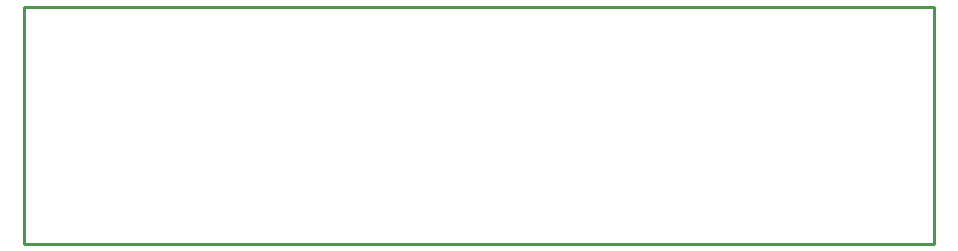
<source format=gbp>
G04*
G04 #@! TF.GenerationSoftware,Altium Limited,Altium Designer,21.8.1 (53)*
G04*
G04 Layer_Color=128*
%FSLAX44Y44*%
%MOMM*%
G71*
G04*
G04 #@! TF.SameCoordinates,FBE6A57E-38F0-4EBD-B617-FC09060C68E2*
G04*
G04*
G04 #@! TF.FilePolarity,Positive*
G04*
G01*
G75*
%ADD15C,0.2540*%
D15*
X0Y0D02*
X770000D01*
X0Y200000D02*
X770000D01*
Y0D02*
Y200000D01*
X0Y0D02*
Y200000D01*
M02*

</source>
